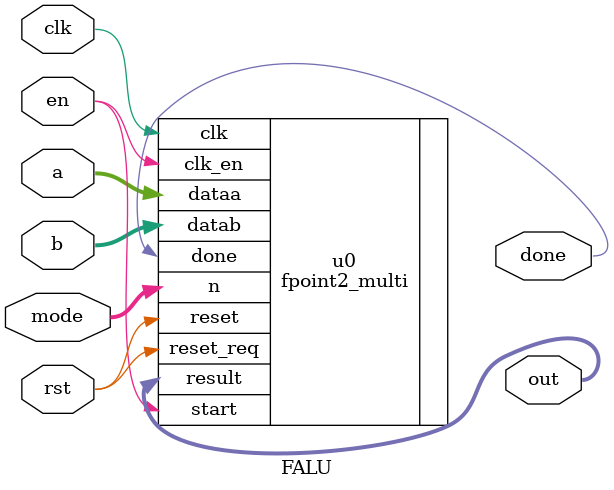
<source format=sv>
module FALU (
    clk, rst, en,
    mode, 
    a,
    b,
    done,
    out);

  input clk, rst, en;
  input [2:0] mode;
  input [31:0] a, b;
  
  output done;
  output [31:0] out;
  
  assign module_rst = rst << mode;

  fpoint2_multi u0 (
		.clk       (clk),      //   input,   width = 1, s1.clk
		.clk_en    (en),       //   input,   width = 1,   .clk_en
		.dataa     (a),        //   input,  width = 32,   .dataa
		.datab     (b),        //   input,  width = 32,   .datab
		.n         (mode),     //   input,   width = 3,   .n
		.reset     (rst),      //   input,   width = 1,   .reset
		.reset_req (rst),      //   input,   width = 1,   .reset_req
		.start     (en),    //   input,   width = 1,   .start
		.done      (done),     //  output,   width = 1,   .done
		.result    (out)       //  output,  width = 32,   .result
	);

endmodule
 



</source>
